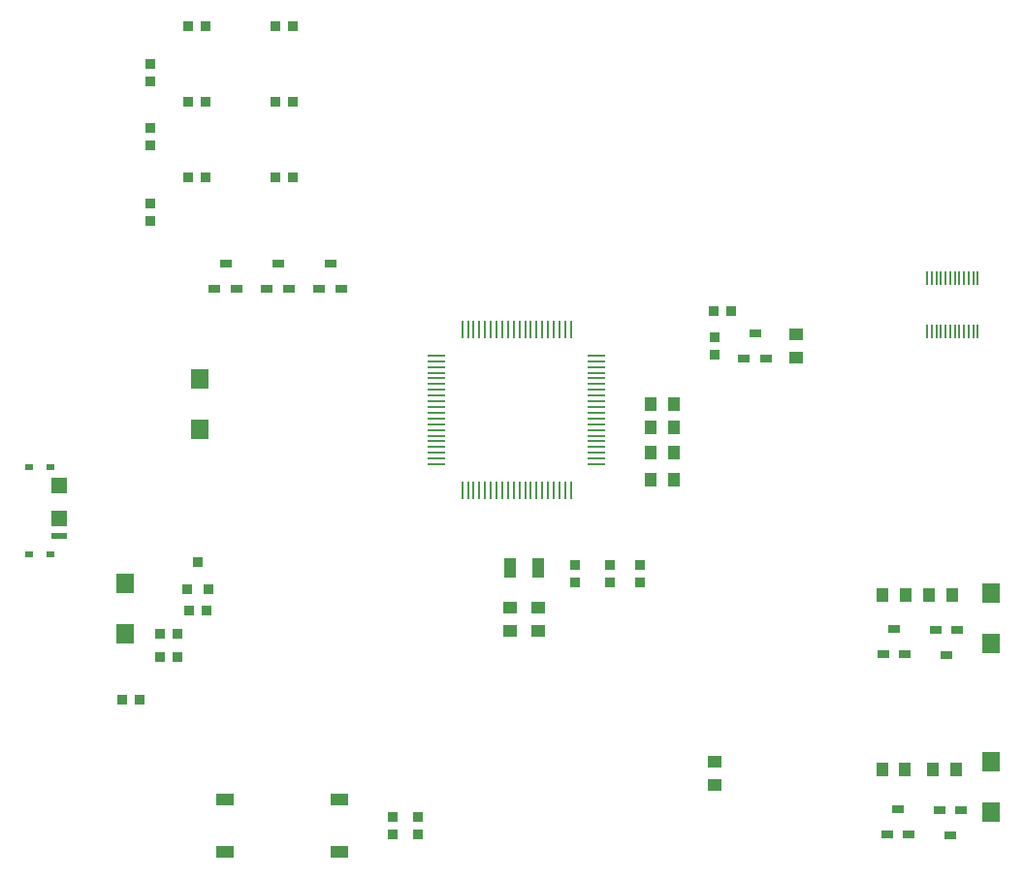
<source format=gtp>
%FSLAX25Y25*%
%MOIN*%
G70*
G01*
G75*
G04 Layer_Color=8421504*
%ADD10R,0.05906X0.00984*%
%ADD11R,0.03500X0.03500*%
%ADD12R,0.03937X0.03150*%
%ADD13R,0.05118X0.03937*%
%ADD14R,0.05906X0.03937*%
%ADD15R,0.03937X0.07087*%
%ADD16R,0.03500X0.03500*%
%ADD17R,0.03937X0.05118*%
%ADD18R,0.05906X0.07087*%
%ADD19R,0.03543X0.03740*%
%ADD20R,0.03543X0.03740*%
%ADD21R,0.00984X0.05906*%
%ADD22R,0.00787X0.04724*%
%ADD23R,0.03150X0.02362*%
%ADD24R,0.05512X0.01969*%
%ADD25R,0.05512X0.05512*%
%ADD26C,0.01969*%
%ADD27C,0.01181*%
%ADD28C,0.03937*%
%ADD29C,0.00787*%
%ADD30C,0.01000*%
%ADD31C,0.05512*%
%ADD32R,0.05512X0.05512*%
%ADD33R,0.05906X0.05906*%
%ADD34C,0.05906*%
%ADD35C,0.05512*%
%ADD36C,0.11024*%
%ADD37C,0.12598*%
%ADD38R,0.05906X0.05906*%
%ADD39O,0.07874X0.15748*%
%ADD40C,0.05906*%
%ADD41O,0.15748X0.07874*%
%ADD42O,0.07874X0.17716*%
%ADD43C,0.03937*%
%ADD44C,0.00591*%
%ADD45C,0.00984*%
%ADD46C,0.00600*%
%ADD47C,0.00598*%
%ADD48C,0.00591*%
%ADD49C,0.00394*%
%ADD50R,0.06000X0.01811*%
%ADD51R,0.02000X0.02500*%
%ADD52R,0.04000X0.02811*%
D10*
X142441Y-168339D02*
D03*
Y-184087D02*
D03*
Y-182118D02*
D03*
Y-170307D02*
D03*
Y-150622D02*
D03*
Y-180150D02*
D03*
Y-160465D02*
D03*
Y-176213D02*
D03*
Y-174244D02*
D03*
Y-178181D02*
D03*
Y-156528D02*
D03*
Y-154559D02*
D03*
Y-158496D02*
D03*
Y-172276D02*
D03*
Y-166370D02*
D03*
Y-164402D02*
D03*
Y-162433D02*
D03*
Y-152591D02*
D03*
Y-148654D02*
D03*
Y-146685D02*
D03*
X197559Y-146685D02*
D03*
Y-148654D02*
D03*
Y-150622D02*
D03*
Y-152591D02*
D03*
Y-154559D02*
D03*
Y-156528D02*
D03*
Y-158496D02*
D03*
Y-160465D02*
D03*
Y-162433D02*
D03*
Y-164402D02*
D03*
Y-166370D02*
D03*
Y-168339D02*
D03*
Y-170307D02*
D03*
Y-172276D02*
D03*
Y-174244D02*
D03*
Y-176213D02*
D03*
Y-178181D02*
D03*
Y-180150D02*
D03*
Y-182118D02*
D03*
Y-184087D02*
D03*
D11*
X57000Y-85386D02*
D03*
X63000D02*
D03*
X57000Y-59386D02*
D03*
X63000D02*
D03*
X57000Y-33386D02*
D03*
X63000D02*
D03*
X237819Y-131386D02*
D03*
X243819D02*
D03*
X47500Y-250386D02*
D03*
X53500D02*
D03*
X47500Y-242386D02*
D03*
X53500D02*
D03*
X57524Y-234386D02*
D03*
X63524D02*
D03*
X93000Y-33386D02*
D03*
X87000D02*
D03*
X93000Y-59386D02*
D03*
X87000D02*
D03*
X93000Y-85386D02*
D03*
X87000D02*
D03*
X34500Y-265000D02*
D03*
X40500D02*
D03*
D12*
X317685Y-249886D02*
D03*
X313945Y-241224D02*
D03*
X319185Y-311886D02*
D03*
X88000Y-115055D02*
D03*
X84260Y-123716D02*
D03*
X91740D02*
D03*
X70000Y-115055D02*
D03*
X66260Y-123716D02*
D03*
X299685Y-240831D02*
D03*
X303425Y-249492D02*
D03*
X301185Y-302831D02*
D03*
X304925Y-311492D02*
D03*
X255740Y-147716D02*
D03*
X248260D02*
D03*
X252000Y-139055D02*
D03*
X73740Y-123716D02*
D03*
X102260D02*
D03*
X106000Y-115055D02*
D03*
X109740Y-123716D02*
D03*
X322925Y-303224D02*
D03*
X315445D02*
D03*
X321425Y-241224D02*
D03*
X297445Y-311492D02*
D03*
X295945Y-249492D02*
D03*
D13*
X177528Y-241323D02*
D03*
Y-233449D02*
D03*
X167685Y-241323D02*
D03*
Y-233449D02*
D03*
X238000Y-286449D02*
D03*
Y-294323D02*
D03*
X266000Y-147323D02*
D03*
Y-139449D02*
D03*
D14*
X109185Y-317244D02*
D03*
Y-299528D02*
D03*
X69815Y-317244D02*
D03*
Y-299528D02*
D03*
D15*
X177528Y-219886D02*
D03*
X167685D02*
D03*
D16*
X127500Y-311386D02*
D03*
Y-305386D02*
D03*
X202000Y-224886D02*
D03*
X190000Y-218886D02*
D03*
Y-224886D02*
D03*
X212362D02*
D03*
X238000Y-146386D02*
D03*
Y-140386D02*
D03*
X212362Y-218886D02*
D03*
X202000D02*
D03*
X44000Y-94386D02*
D03*
Y-100386D02*
D03*
Y-68386D02*
D03*
Y-74386D02*
D03*
Y-46386D02*
D03*
Y-52386D02*
D03*
X136000Y-305386D02*
D03*
Y-311386D02*
D03*
D17*
X223937Y-189386D02*
D03*
X216063D02*
D03*
Y-180150D02*
D03*
X223937D02*
D03*
X216063Y-171386D02*
D03*
X223937D02*
D03*
X216063Y-163386D02*
D03*
X223937D02*
D03*
X295748Y-229161D02*
D03*
X303622D02*
D03*
X295673Y-289161D02*
D03*
X311748Y-229161D02*
D03*
X319622D02*
D03*
X321122Y-289161D02*
D03*
X313248D02*
D03*
X303547D02*
D03*
D18*
X35500Y-242449D02*
D03*
X61000Y-154724D02*
D03*
X333185Y-228500D02*
D03*
Y-245823D02*
D03*
Y-286500D02*
D03*
Y-303823D02*
D03*
X61000Y-172047D02*
D03*
X35500Y-225126D02*
D03*
D19*
X64240Y-227012D02*
D03*
D20*
X56760Y-227012D02*
D03*
X60500Y-217760D02*
D03*
D21*
X151299Y-192945D02*
D03*
X153268D02*
D03*
X155236D02*
D03*
X157205D02*
D03*
X159173D02*
D03*
X161142D02*
D03*
X163110D02*
D03*
X165079D02*
D03*
X167047D02*
D03*
X169016D02*
D03*
X170984D02*
D03*
X172953D02*
D03*
X174921D02*
D03*
X176890D02*
D03*
X178858D02*
D03*
X180827D02*
D03*
X182795D02*
D03*
X184764D02*
D03*
X151299Y-137827D02*
D03*
X153268D02*
D03*
X155236D02*
D03*
X157205D02*
D03*
X159173D02*
D03*
X161142D02*
D03*
X163110D02*
D03*
X165079D02*
D03*
X167047D02*
D03*
X169016D02*
D03*
X170984D02*
D03*
X172953D02*
D03*
X174921D02*
D03*
X176890D02*
D03*
X178858D02*
D03*
X180827D02*
D03*
X182795D02*
D03*
X184764D02*
D03*
X186732D02*
D03*
X188701D02*
D03*
X186732Y-192945D02*
D03*
X188701D02*
D03*
D22*
X311186Y-138341D02*
D03*
X312761D02*
D03*
X314336D02*
D03*
X315911D02*
D03*
X317485D02*
D03*
X320635D02*
D03*
X323785D02*
D03*
X325360D02*
D03*
X326934D02*
D03*
X328509D02*
D03*
X326934Y-120231D02*
D03*
X325360D02*
D03*
X323785D02*
D03*
X319060D02*
D03*
X317485D02*
D03*
X315911D02*
D03*
X314336D02*
D03*
X312761D02*
D03*
X311186D02*
D03*
X322210Y-138341D02*
D03*
X319060D02*
D03*
X328509Y-120231D02*
D03*
X322210D02*
D03*
X320635D02*
D03*
D23*
X2394Y-185039D02*
D03*
X9874D02*
D03*
X2394Y-214961D02*
D03*
X9874D02*
D03*
D24*
X12630Y-208661D02*
D03*
D25*
Y-202756D02*
D03*
Y-191339D02*
D03*
M02*

</source>
